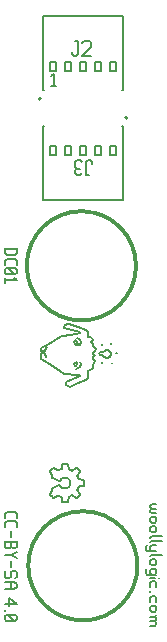
<source format=gbr>
G04 start of page 9 for group -4079 idx -4079 *
G04 Title: (unknown), topsilk *
G04 Creator: pcb 20140316 *
G04 CreationDate: Wed 10 Feb 2021 06:22:34 PM GMT UTC *
G04 For: tom *
G04 Format: Gerber/RS-274X *
G04 PCB-Dimensions (mil): 600.00 2100.00 *
G04 PCB-Coordinate-Origin: lower left *
%MOIN*%
%FSLAX25Y25*%
%LNTOPSILK*%
%ADD60C,0.0080*%
%ADD59C,0.0118*%
%ADD58C,0.0079*%
%ADD57C,0.0060*%
G54D57*X21000Y165000D02*Y162000D01*
X19000D02*Y165000D01*
X21000Y162000D02*X19000D01*
Y165000D02*X21000D01*
X26000D02*Y162000D01*
X24000D02*Y165000D01*
X26000Y162000D02*X24000D01*
Y165000D02*X26000D01*
X34000Y193000D02*X36000D01*
Y190000D02*X34000D01*
Y193000D01*
X36000D02*Y190000D01*
X24000Y193000D02*X26000D01*
Y190000D02*X24000D01*
X26000Y193000D02*Y190000D01*
X24000Y193000D02*Y190000D01*
X29000Y193000D02*X31000D01*
Y190000D02*X29000D01*
Y193000D01*
X31000D02*Y190000D01*
X39000Y193000D02*X41000D01*
Y190000D02*X39000D01*
X41000Y193000D02*Y190000D01*
X39000Y193000D02*Y190000D01*
X19000Y193000D02*X21000D01*
Y190000D01*
X19000D01*
Y193000D01*
X31000Y165000D02*Y162000D01*
X29000D02*Y165000D01*
X31000Y162000D02*X29000D01*
Y165000D02*X31000D01*
X41000D02*Y162000D01*
X39000D02*Y165000D01*
X41000Y162000D02*X39000D01*
Y165000D02*X41000D01*
X36000D02*Y162000D01*
X34000D02*Y165000D01*
X36000Y162000D02*X34000D01*
Y165000D02*X36000D01*
X4000Y42300D02*Y41000D01*
X4700Y43000D02*X4000Y42300D01*
X4700Y43000D02*X7300D01*
X8000Y42300D01*
Y41000D01*
X4000Y39100D02*Y37800D01*
X4700Y39800D02*X4000Y39100D01*
X4700Y39800D02*X7300D01*
X8000Y39100D01*
Y37800D01*
X6000Y36600D02*Y34600D01*
X4000Y33400D02*Y31400D01*
X4500Y30900D01*
X5700D01*
X6200Y31400D02*X5700Y30900D01*
X6200Y32900D02*Y31400D01*
X4000Y32900D02*X8000D01*
Y33400D02*Y31400D01*
X7500Y30900D01*
X6700D02*X7500D01*
X6200Y31400D02*X6700Y30900D01*
X8000Y29700D02*X6000Y28700D01*
X8000Y27700D01*
X4000Y28700D02*X6000D01*
Y26500D02*Y24500D01*
X8000Y21300D02*X7500Y20800D01*
X8000Y22800D02*Y21300D01*
X7500Y23300D02*X8000Y22800D01*
X6500Y23300D02*X7500D01*
X6500D02*X6000Y22800D01*
Y21300D01*
X5500Y20800D01*
X4500D02*X5500D01*
X4000Y21300D02*X4500Y20800D01*
X4000Y22800D02*Y21300D01*
X4500Y23300D02*X4000Y22800D01*
Y19600D02*X7000D01*
X8000Y18900D01*
Y17800D01*
X7000Y17100D01*
X4000D02*X7000D01*
X6000Y19600D02*Y17100D01*
X5500Y14100D02*X8000Y12100D01*
X5500Y14100D02*Y11600D01*
X4000Y12100D02*X8000D01*
X4000Y10400D02*Y9900D01*
X4500Y8700D02*X4000Y8200D01*
X4500Y8700D02*X7500D01*
X8000Y8200D01*
Y7200D01*
X7500Y6700D01*
X4500D02*X7500D01*
X4000Y7200D02*X4500Y6700D01*
X4000Y8200D02*Y7200D01*
X5000Y8700D02*X7000Y6700D01*
X53000Y45500D02*X54500D01*
X53000D02*X52500Y45000D01*
Y44500D01*
X53000Y44000D01*
X54500D01*
X53000D02*X52500Y43500D01*
Y43000D01*
X53000Y42500D01*
X54500D01*
X53000Y41300D02*X54000D01*
X54500Y40800D01*
Y39800D01*
X54000Y39300D01*
X53000D02*X54000D01*
X52500Y39800D02*X53000Y39300D01*
X52500Y40800D02*Y39800D01*
X53000Y41300D02*X52500Y40800D01*
X53000Y38100D02*X54000D01*
X54500Y37600D01*
Y36600D01*
X54000Y36100D01*
X53000D02*X54000D01*
X52500Y36600D02*X53000Y36100D01*
X52500Y37600D02*Y36600D01*
X53000Y38100D02*X52500Y37600D01*
X53000Y34900D02*X56500D01*
X53000D02*X52500Y34400D01*
X53000Y33400D02*X56500D01*
X53000D02*X52500Y32900D01*
X53000Y31900D02*X54500D01*
X53000D02*X52500Y31400D01*
X51500Y29900D02*X54500D01*
X51000Y30400D02*X51500Y29900D01*
X51000Y31400D02*Y30400D01*
X51500Y31900D02*X51000Y31400D01*
X52500D02*Y30400D01*
X53000Y29900D01*
Y28700D02*X56500D01*
X53000D02*X52500Y28200D01*
X53000Y27200D02*X54000D01*
X54500Y26700D01*
Y25700D01*
X54000Y25200D01*
X53000D02*X54000D01*
X52500Y25700D02*X53000Y25200D01*
X52500Y26700D02*Y25700D01*
X53000Y27200D02*X52500Y26700D01*
X54500Y22500D02*X54000Y22000D01*
X54500Y23500D02*Y22500D01*
X54000Y24000D02*X54500Y23500D01*
X53000Y24000D02*X54000D01*
X53000D02*X52500Y23500D01*
Y22500D01*
X53000Y22000D01*
X51500Y24000D02*X51000Y23500D01*
Y22500D01*
X51500Y22000D01*
X54500D01*
X55400Y20800D02*X55500D01*
X52500D02*X54000D01*
X54500Y19300D02*Y17800D01*
X54000Y19800D02*X54500Y19300D01*
X53000Y19800D02*X54000D01*
X53000D02*X52500Y19300D01*
Y17800D01*
Y16600D02*Y16100D01*
X54500Y14400D02*Y12900D01*
X54000Y14900D02*X54500Y14400D01*
X53000Y14900D02*X54000D01*
X53000D02*X52500Y14400D01*
Y12900D01*
X53000Y11700D02*X54000D01*
X54500Y11200D01*
Y10200D01*
X54000Y9700D01*
X53000D02*X54000D01*
X52500Y10200D02*X53000Y9700D01*
X52500Y11200D02*Y10200D01*
X53000Y11700D02*X52500Y11200D01*
Y8000D02*X54000D01*
X54500Y7500D01*
Y7000D01*
X54000Y6500D01*
X52500D02*X54000D01*
X54500Y6000D01*
Y5500D01*
X54000Y5000D01*
X52500D02*X54000D01*
X54500Y8500D02*X54000Y8000D01*
X4000Y130500D02*X8000D01*
Y129200D02*X7300Y128500D01*
X4700D02*X7300D01*
X4000Y129200D02*X4700Y128500D01*
X4000Y131000D02*Y129200D01*
X8000Y131000D02*Y129200D01*
X4000Y126600D02*Y125300D01*
X4700Y127300D02*X4000Y126600D01*
X4700Y127300D02*X7300D01*
X8000Y126600D01*
Y125300D01*
X4500Y124100D02*X4000Y123600D01*
X4500Y124100D02*X7500D01*
X8000Y123600D01*
Y122600D01*
X7500Y122100D01*
X4500D02*X7500D01*
X4000Y122600D02*X4500Y122100D01*
X4000Y123600D02*Y122600D01*
X5000Y124100D02*X7000Y122100D01*
X7200Y120900D02*X8000Y120100D01*
X4000D02*X8000D01*
X4000Y120900D02*Y119400D01*
X19500Y188200D02*X20300Y189000D01*
Y185000D01*
X19500D02*X21000D01*
G54D58*X16650Y208250D02*X43350D01*
Y183650D01*
X16650D02*Y208250D01*
X17073Y183650D02*X16650D01*
X43350D02*X42927D01*
X15158Y180707D02*G75*G03X15158Y180707I394J0D01*G01*
X16650Y146850D02*X43350D01*
X16650Y171450D02*Y146850D01*
X43350Y171450D02*Y146850D01*
X42927Y171450D02*X43350D01*
X16650D02*X17073D01*
X44842Y174393D02*G75*G03X44842Y174393I-394J0D01*G01*
G54D59*X11291Y125000D02*G75*G03X11291Y125000I18209J0D01*G01*
X11791Y25000D02*G75*G03X11791Y25000I18209J0D01*G01*
G54D57*X30361Y53415D02*X30290Y53496D01*
X30009Y53550D01*
X28685Y53794D01*
X28593Y53876D01*
X28571Y53940D01*
X28181Y54890D01*
X28175Y54896D01*
X28153Y54950D01*
X28164Y55075D01*
X28918Y56176D01*
X29000Y56290D01*
X29086Y56415D01*
X29075Y56524D01*
X26521Y56757D02*X26402Y56751D01*
X26336Y56772D01*
X25854Y57015D01*
X25343Y57201D01*
X25289Y57224D01*
X25207Y57321D01*
X24974Y58585D01*
X24947Y58721D01*
X24920Y58872D01*
X24839Y58937D01*
X23238D02*X24839D01*
X23238D02*X23152Y58872D01*
X23129Y58721D01*
X23103Y58585D01*
X22875Y57353D01*
X22793Y57267D01*
X22750Y57250D01*
X22185Y57061D01*
X21649Y56805D01*
X21610Y56794D01*
X21492Y56800D01*
X20477Y57500D01*
X20363Y57576D01*
X20238Y57662D01*
X20129Y57651D01*
X20021Y57549D01*
X19924Y57446D01*
X19002Y56524D01*
X18991Y56415D01*
X19077Y56290D01*
X19153Y56176D01*
X19831Y55183D01*
X19836Y55064D01*
X19722Y54858D01*
X19657Y54733D01*
X19549Y54521D01*
X19582Y54429D01*
X19804Y54342D01*
X19929Y54287D01*
X22013Y53425D01*
X22142Y53371D01*
X22289Y53311D01*
X22392Y53344D01*
X22474Y53479D01*
X22538Y53567D01*
X22816Y53901D01*
X23165Y54158D01*
X23574Y54322D01*
X24025Y54380D01*
X24714Y54242D01*
X25278Y53862D01*
X25659Y53300D01*
X25799Y52611D01*
X25659Y51924D01*
X25278Y51364D01*
X24714Y50986D01*
X24025Y50849D01*
X23574Y50907D01*
X23165Y51071D01*
X22816Y51326D01*
X22538Y51662D01*
X22474Y51749D01*
X22392Y51885D01*
X22289Y51917D01*
X22142Y51857D01*
X22013Y51803D01*
X19929Y50940D01*
X19804Y50886D01*
X19582Y50794D01*
X19543Y50760D01*
X19549Y50707D01*
X19657Y50496D01*
X19722Y50371D01*
X19836Y50165D01*
X19831Y50046D01*
X19153Y49053D01*
X19077Y48939D01*
X18991Y48814D01*
X19002Y48705D01*
X19924Y47783D01*
X20021Y47680D01*
X20129Y47576D01*
X20238Y47567D01*
X20363Y47653D01*
X20477Y47729D01*
X21492Y48429D01*
X21610Y48435D01*
X21638Y48424D01*
X21649Y48418D01*
X22181Y48165D01*
X22745Y47978D01*
X22756D01*
X22793Y47962D01*
X22875Y47869D01*
X23157Y46355D01*
X23238Y46292D01*
X24839D01*
X24920Y46355D01*
X24947Y46503D01*
X24974Y46644D01*
X25207Y47908D01*
X25289Y48000D01*
X25343Y48028D01*
X25854Y48212D01*
X26336Y48450D01*
X26402Y48478D01*
X26521Y48472D01*
X27595Y47729D01*
X27714Y47653D01*
X27839Y47567D01*
X27947Y47576D01*
X28870Y48499D01*
X28967Y48603D01*
X29075Y48705D01*
X29086Y48814D01*
X29000Y48939D01*
X28918Y49053D01*
X28164Y50154D01*
X28153Y50279D01*
X28175Y50333D01*
X27839Y57662D02*X26521Y56757D01*
X29075Y56524D02*X28967Y56626D01*
X28870Y56729D01*
X27947Y57651D01*
X27839Y57662D01*
X28175Y50333D02*X28181D01*
X28571Y51287D01*
X28593Y51353D01*
X28685Y51435D01*
X30009Y51679D01*
X30290Y51733D01*
X30361Y51814D01*
Y53415D02*Y51814D01*
G54D60*X36730Y94940D02*X37030Y94740D01*
X38030Y94240D01*
X38930Y94640D01*
X39430Y95640D02*X38930Y96640D01*
X38030Y97040D01*
X36730Y96340D02*X36330Y96140D01*
X35930D02*X36330D01*
X35930D02*X35530Y95940D01*
X35630Y95140D01*
X36330D01*
X16030Y97640D02*X18830Y99040D01*
X22230Y101140D01*
X23030Y101740D01*
X25930Y102040D01*
X28930Y102440D01*
X29130Y102640D01*
X29030Y102940D01*
X23830Y104340D01*
X23730Y104740D01*
Y105040D02*Y104740D01*
Y105040D02*X24630Y105440D01*
X25530Y105640D01*
X28230Y104740D01*
X30930Y103740D01*
X31730Y102940D01*
Y102140D01*
X31830Y101140D01*
X32330D01*
X33030Y101040D01*
X33230Y100340D01*
X33030Y99940D01*
X32830Y99440D01*
X33130Y99240D01*
X33430Y99140D01*
X33330Y98540D01*
X33230Y98140D01*
X33630Y97940D01*
X34130Y97640D01*
X34330Y97140D01*
X34130Y96640D01*
X33630Y96340D01*
X33230Y96040D01*
Y95840D01*
X33530Y95640D01*
X33930Y95140D01*
X33530Y94640D01*
X33230Y94340D01*
X33430Y93940D01*
X33930Y93340D01*
X33830Y92740D01*
X33230Y92140D02*X33330Y91340D01*
Y90940D01*
X32930Y90440D01*
X32330Y90340D01*
X31930Y90240D01*
X31730Y90040D01*
Y87740D01*
X30930Y86940D01*
X28430Y85840D01*
X25830Y84740D01*
X24330Y85240D01*
X24530Y86140D01*
X26830Y87140D01*
X29030Y88140D01*
Y88540D02*Y88140D01*
Y88540D02*X27230Y88640D01*
X24630Y88840D01*
X23630Y88940D01*
X22230Y90040D01*
X18530Y92540D01*
X16130Y94040D01*
X16030Y94940D01*
Y95840D02*Y94940D01*
Y95840D02*X17230D01*
X16030Y97640D02*Y96540D01*
X28930Y98440D02*X29330Y99440D01*
X29130Y100140D01*
X28630Y100640D01*
X27530Y100240D02*X27930Y99440D01*
X28230Y98740D01*
X27830Y98640D01*
X27230Y98840D01*
X27030Y99440D01*
X27230Y99940D01*
X27530Y100240D02*X27230Y99940D01*
X27830Y90640D02*X28930Y91240D01*
X29330Y92240D01*
X29130Y92940D01*
X27830Y93040D02*X28130Y92940D01*
X27930Y92140D01*
X27630Y91440D01*
X27330Y91540D01*
X27030Y92240D01*
X27230Y92740D01*
X27830Y93040D02*X27230Y92740D01*
X37130Y96640D02*X36730Y96340D01*
X38930Y94640D02*X39430Y95640D01*
X36330Y95140D02*X36730Y94940D01*
X38030Y97040D02*X37130Y96640D01*
X28630Y100640D02*X28030Y100940D01*
X17330Y95540D02*X17730Y94440D01*
X17230Y95840D02*X17330Y95540D01*
X17530Y97040D02*X17330Y96540D01*
X16030D02*X17330D01*
X18130Y97840D02*X17530Y97040D01*
G54D57*X36430Y98540D02*X36230Y98840D01*
X36430Y92840D02*X36230Y92440D01*
X40930Y95940D02*X41330D01*
X39530Y98840D02*X39630Y99140D01*
Y92640D02*X39830Y92440D01*
X27354Y199880D02*X28330D01*
Y195610D01*
X27720Y195000D02*X28330Y195610D01*
X27110Y195000D02*X27720D01*
X26500Y195610D02*X27110Y195000D01*
X26500Y196220D02*Y195610D01*
X29794Y199270D02*X30404Y199880D01*
X32234D01*
X32844Y199270D01*
Y198050D01*
X29794Y195000D02*X32844Y198050D01*
X29794Y195000D02*X32844D01*
X31170Y155220D02*X32146D01*
X31170Y159490D02*Y155220D01*
X31780Y160100D02*X31170Y159490D01*
X31780Y160100D02*X32390D01*
X33000Y159490D02*X32390Y160100D01*
X33000Y159490D02*Y158880D01*
X29706Y155830D02*X29096Y155220D01*
X27876D02*X29096D01*
X27876D02*X27266Y155830D01*
X27876Y160100D02*X27266Y159490D01*
X27876Y160100D02*X29096D01*
X29706Y159490D02*X29096Y160100D01*
X27876Y157416D02*X29096D01*
X27266Y156806D02*Y155830D01*
Y159490D02*Y158026D01*
X27876Y157416D01*
X27266Y156806D02*X27876Y157416D01*
M02*

</source>
